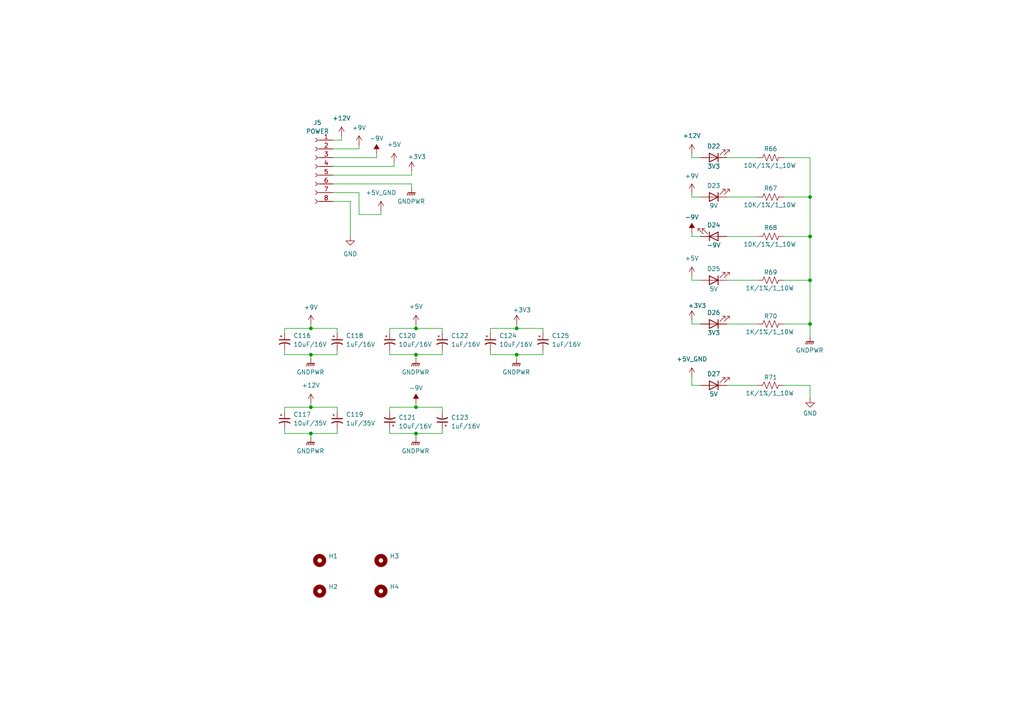
<source format=kicad_sch>
(kicad_sch (version 20231120) (generator "eeschema") (generator_version "8.0")
  (paper "A4")
  (title_block (title "POWER SUPPLY") (date "2024-11-06") (rev "Ver 2.0") (company "Ho Chi Minh City University of Technology - HCMUT") (comment 1 "Design: QUOC THANG - DONG KHOA") (comment 2 "PROJECT 2: PFC & LLC - 350W"))
  (lib_symbols
    (symbol "Connector:Conn_01x08_Socket" (pin_names (offset 1.016) hide)
      (property "Reference" "J" (at 0 10.16 0))
      (property "Value" "Conn_01x08_Socket" (at 0 -12.7 0))
      (symbol "Conn_01x08_Socket_1_1"
        (arc (start 0 -9.652) (mid -0.5058 -10.16) (end 0 -10.668) (stroke (width 0.1524)))
        (arc (start 0 -7.112) (mid -0.5058 -7.62) (end 0 -8.128) (stroke (width 0.1524)))
        (arc (start 0 -4.572) (mid -0.5058 -5.08) (end 0 -5.588) (stroke (width 0.1524)))
        (arc (start 0 -2.032) (mid -0.5058 -2.54) (end 0 -3.048) (stroke (width 0.1524)))
        (polyline (pts (xy -1.27 -10.16) (xy -0.508 -10.16)) (stroke (width 0.1524)))
        (polyline (pts (xy -1.27 -7.62) (xy -0.508 -7.62)) (stroke (width 0.1524)))
        (polyline (pts (xy -1.27 -5.08) (xy -0.508 -5.08)) (stroke (width 0.1524)))
        (polyline (pts (xy -1.27 -2.54) (xy -0.508 -2.54)) (stroke (width 0.1524)))
        (polyline (pts (xy -1.27 0) (xy -0.508 0)) (stroke (width 0.1524)))
        (polyline (pts (xy -1.27 2.54) (xy -0.508 2.54)) (stroke (width 0.1524)))
        (polyline (pts (xy -1.27 5.08) (xy -0.508 5.08)) (stroke (width 0.1524)))
        (polyline (pts (xy -1.27 7.62) (xy -0.508 7.62)) (stroke (width 0.1524)))
        (arc (start 0 0.508) (mid -0.5058 0) (end 0 -0.508) (stroke (width 0.1524)))
        (arc (start 0 3.048) (mid -0.5058 2.54) (end 0 2.032) (stroke (width 0.1524)))
        (arc (start 0 5.588) (mid -0.5058 5.08) (end 0 4.572) (stroke (width 0.1524)))
        (arc (start 0 8.128) (mid -0.5058 7.62) (end 0 7.112) (stroke (width 0.1524)))
        (pin passive line (at -5.08 7.62 0) (length 3.81) (name "Pin_1") (number "1"))
        (pin passive line (at -5.08 5.08 0) (length 3.81) (name "Pin_2") (number "2"))
        (pin passive line (at -5.08 2.54 0) (length 3.81) (name "Pin_3") (number "3"))
        (pin passive line (at -5.08 0 0) (length 3.81) (name "Pin_4") (number "4"))
        (pin passive line (at -5.08 -2.54 0) (length 3.81) (name "Pin_5") (number "5"))
        (pin passive line (at -5.08 -5.08 0) (length 3.81) (name "Pin_6") (number "6"))
        (pin passive line (at -5.08 -7.62 0) (length 3.81) (name "Pin_7") (number "7"))
        (pin passive line (at -5.08 -10.16 0) (length 3.81) (name "Pin_8") (number "8"))
      )
    )
    (symbol "Mechanical:MountingHole" (pin_names (offset 1.016)) (exclude_from_sim yes) (in_bom no)
      (property "Reference" "H" (at 0 5.08 0))
      (property "Value" "MountingHole" (at 0 3.175 0))
      (symbol "MountingHole_0_1"
        (circle (center 0 0) (radius 1.27) (stroke (width 1.27)))
      )
    )
    (symbol "charge_battery_sym_lib:Cap_Tantalum_10uF_16V" (pin_numbers hide) (pin_names (offset 1.016) hide)
      (property "Reference" "C" (at 0 3.81 0))
      (property "Value" "10uF/16V" (at 0 -5.08 0))
      (symbol "Cap_Tantalum_10uF_16V_0_1"
        (polyline (pts (xy 1.016 -1.27) (xy 1.016 -0.762)))
        (polyline (pts (xy 1.27 -1.016) (xy 0.762 -1.016)))
        (polyline (pts (xy 2.032 -1.524) (xy 2.032 1.524)) (stroke (width 0.3048)))
        (arc (start 3.302 1.524) (mid 2.9134 0) (end 3.302 -1.524) (stroke (width 0.3048)))
      )
      (symbol "Cap_Tantalum_10uF_16V_1_1"
        (pin passive line (at 0 0 0) (length 2.032) (name "~") (number "1"))
        (pin passive line (at 5.08 0 180) (length 2.032) (name "~") (number "2"))
      )
    )
    (symbol "charge_battery_sym_lib:Cap_Tantalum_10uF_35V" (pin_numbers hide) (pin_names (offset 1.016) hide)
      (property "Reference" "C" (at 0 3.81 0))
      (property "Value" "10uF/35V" (at 0 -5.08 0))
      (symbol "Cap_Tantalum_10uF_35V_0_1"
        (polyline (pts (xy 1.016 -1.27) (xy 1.016 -0.762)))
        (polyline (pts (xy 1.27 -1.016) (xy 0.762 -1.016)))
        (polyline (pts (xy 2.032 -1.524) (xy 2.032 1.524)) (stroke (width 0.3048)))
        (arc (start 3.302 1.524) (mid 2.9134 0) (end 3.302 -1.524) (stroke (width 0.3048)))
      )
      (symbol "Cap_Tantalum_10uF_35V_1_1"
        (pin passive line (at 0 0 0) (length 2.032) (name "~") (number "1"))
        (pin passive line (at 5.08 0 180) (length 2.032) (name "~") (number "2"))
      )
    )
    (symbol "charge_battery_sym_lib:Cap_Tantalum_1uF_16V" (pin_numbers hide) (pin_names (offset 1.016) hide)
      (property "Reference" "C" (at 0 3.81 0))
      (property "Value" "1uF/16V" (at 0 -5.08 0))
      (symbol "Cap_Tantalum_1uF_16V_0_1"
        (polyline (pts (xy 1.016 -1.27) (xy 1.016 -0.762)))
        (polyline (pts (xy 1.27 -1.016) (xy 0.762 -1.016)))
        (polyline (pts (xy 2.032 -1.524) (xy 2.032 1.524)) (stroke (width 0.3048)))
        (arc (start 3.302 1.524) (mid 2.9134 0) (end 3.302 -1.524) (stroke (width 0.3048)))
      )
      (symbol "Cap_Tantalum_1uF_16V_1_1"
        (pin passive line (at 0 0 0) (length 2.032) (name "~") (number "1"))
        (pin passive line (at 5.08 0 180) (length 2.032) (name "~") (number "2"))
      )
    )
    (symbol "charge_battery_sym_lib:Cap_Tantalum_1uF_35V" (pin_numbers hide) (pin_names (offset 1.016) hide)
      (property "Reference" "C" (at 0 3.81 0))
      (property "Value" "1uF/35V" (at 0 -5.08 0))
      (symbol "Cap_Tantalum_1uF_35V_0_1"
        (polyline (pts (xy 1.016 -1.27) (xy 1.016 -0.762)))
        (polyline (pts (xy 1.27 -1.016) (xy 0.762 -1.016)))
        (polyline (pts (xy 2.032 -1.524) (xy 2.032 1.524)) (stroke (width 0.3048)))
        (arc (start 3.302 1.524) (mid 2.9134 0) (end 3.302 -1.524) (stroke (width 0.3048)))
      )
      (symbol "Cap_Tantalum_1uF_35V_1_1"
        (pin passive line (at 0 0 0) (length 2.032) (name "~") (number "1"))
        (pin passive line (at 5.08 0 180) (length 2.032) (name "~") (number "2"))
      )
    )
    (symbol "charge_battery_sym_lib:LED_0805" (pin_numbers hide) (pin_names (offset 1.016) hide)
      (property "Reference" "D" (at 0 2.54 0))
      (property "Value" "LED_0805" (at 0 -4.064 0))
      (symbol "LED_0805_0_1"
        (polyline (pts (xy -1.27 -1.27) (xy -1.27 1.27)) (stroke (width 0.254)))
        (polyline (pts (xy -1.27 0) (xy 1.27 0)))
        (polyline (pts (xy 1.27 -1.27) (xy 1.27 1.27) (xy -1.27 0) (xy 1.27 -1.27)) (stroke (width 0.254)))
        (polyline (pts (xy -3.048 -0.762) (xy -4.572 -2.286) (xy -3.81 -2.286) (xy -4.572 -2.286) (xy -4.572 -1.524)))
        (polyline (pts (xy -1.778 -0.762) (xy -3.302 -2.286) (xy -2.54 -2.286) (xy -3.302 -2.286) (xy -3.302 -1.524)))
      )
      (symbol "LED_0805_1_1"
        (pin passive line (at -3.81 0 0) (length 2.54) (name "K") (number "1"))
        (pin passive line (at 3.81 0 180) (length 2.54) (name "A") (number "2"))
      )
    )
    (symbol "charge_battery_sym_lib:Res_10K_0603_1%" (pin_numbers hide) (pin_names hide)
      (property "Reference" "R" (at 2.794 3.81 0))
      (property "Value" "10K/1%/1_10W" (at 4.064 -2.54 0))
      (symbol "Res_10K_0603_1%_0_1"
        (polyline (pts (xy 1.524 0) (xy 1.27 0)))
        (polyline (pts (xy 6.096 0) (xy 6.35 0)))
        (polyline (pts (xy 1.524 0) (xy 1.905 1.016) (xy 2.286 0) (xy 2.667 -1.016) (xy 3.048 0)))
        (polyline (pts (xy 3.048 0) (xy 3.429 1.016) (xy 3.81 0) (xy 4.191 -1.016) (xy 4.572 0)))
        (polyline (pts (xy 4.572 0) (xy 4.953 1.016) (xy 5.334 0) (xy 5.715 -1.016) (xy 6.096 0)))
      )
      (symbol "Res_10K_0603_1%_1_1"
        (pin passive line (at 0 0 0) (length 1.27) (name "~") (number "1"))
        (pin passive line (at 7.62 0 180) (length 1.27) (name "~") (number "2"))
      )
    )
    (symbol "charge_battery_sym_lib:Res_1K_0603_1%" (pin_numbers hide) (pin_names hide)
      (property "Reference" "R" (at 3.556 2.54 0))
      (property "Value" "1K/1%/1_10W" (at 4.064 -2.54 0))
      (symbol "Res_1K_0603_1%_0_1"
        (polyline (pts (xy 1.524 0) (xy 1.27 0)))
        (polyline (pts (xy 6.096 0) (xy 6.35 0)))
        (polyline (pts (xy 1.524 0) (xy 1.905 1.016) (xy 2.286 0) (xy 2.667 -1.016) (xy 3.048 0)))
        (polyline (pts (xy 3.048 0) (xy 3.429 1.016) (xy 3.81 0) (xy 4.191 -1.016) (xy 4.572 0)))
        (polyline (pts (xy 4.572 0) (xy 4.953 1.016) (xy 5.334 0) (xy 5.715 -1.016) (xy 6.096 0)))
      )
      (symbol "Res_1K_0603_1%_1_1"
        (pin passive line (at 0 0 0) (length 1.27) (name "~") (number "1"))
        (pin passive line (at 7.62 0 180) (length 1.27) (name "~") (number "2"))
      )
    )
    (symbol "power:+12V" (power) (pin_numbers hide) (pin_names (offset 0) hide)
      (property "Value" "+12V" (at 0 3.556 0))
      (symbol "+12V_0_1"
        (polyline (pts (xy -0.762 1.27) (xy 0 2.54)))
        (polyline (pts (xy 0 0) (xy 0 2.54)))
        (polyline (pts (xy 0 2.54) (xy 0.762 1.27)))
      )
      (symbol "+12V_1_1"
        (pin power_in line (at 0 0 90) (length 0) (name "~") (number "1"))
      )
    )
    (symbol "power:+3V3" (power) (pin_numbers hide) (pin_names (offset 0) hide)
      (property "Value" "+3V3" (at 0 3.556 0))
      (symbol "+3V3_0_1"
        (polyline (pts (xy -0.762 1.27) (xy 0 2.54)))
        (polyline (pts (xy 0 0) (xy 0 2.54)))
        (polyline (pts (xy 0 2.54) (xy 0.762 1.27)))
      )
      (symbol "+3V3_1_1"
        (pin power_in line (at 0 0 90) (length 0) (name "~") (number "1"))
      )
    )
    (symbol "power:+5V" (power) (pin_numbers hide) (pin_names (offset 0) hide)
      (property "Value" "+5V" (at 0 3.556 0))
      (symbol "+5V_0_1"
        (polyline (pts (xy -0.762 1.27) (xy 0 2.54)))
        (polyline (pts (xy 0 0) (xy 0 2.54)))
        (polyline (pts (xy 0 2.54) (xy 0.762 1.27)))
      )
      (symbol "+5V_1_1"
        (pin power_in line (at 0 0 90) (length 0) (name "~") (number "1"))
      )
    )
    (symbol "power:+9V" (power) (pin_numbers hide) (pin_names (offset 0) hide)
      (property "Value" "+9V" (at 0 3.556 0))
      (symbol "+9V_0_1"
        (polyline (pts (xy -0.762 1.27) (xy 0 2.54)))
        (polyline (pts (xy 0 0) (xy 0 2.54)))
        (polyline (pts (xy 0 2.54) (xy 0.762 1.27)))
      )
      (symbol "+9V_1_1"
        (pin power_in line (at 0 0 90) (length 0) (name "~") (number "1"))
      )
    )
    (symbol "power:-9V" (power) (pin_numbers hide) (pin_names (offset 0) hide)
      (property "Value" "-9V" (at 0 3.556 0))
      (symbol "-9V_0_1"
        (polyline (pts (xy 0 0) (xy 0 2.54)))
        (polyline (pts (xy 0.762 1.27) (xy -0.762 1.27) (xy 0 2.54) (xy 0.762 1.27)) (fill (type outline)))
      )
      (symbol "-9V_1_1"
        (pin power_in line (at 0 0 90) (length 0) (name "~") (number "1"))
      )
    )
    (symbol "power:GND" (power) (pin_numbers hide) (pin_names (offset 0) hide)
      (property "Value" "GND" (at 0 -3.81 0))
      (symbol "GND_0_1"
        (polyline (pts (xy 0 0) (xy 0 -1.27) (xy 1.27 -1.27) (xy 0 -2.54) (xy -1.27 -1.27) (xy 0 -1.27)))
      )
      (symbol "GND_1_1"
        (pin power_in line (at 0 0 270) (length 0) (name "~") (number "1"))
      )
    )
    (symbol "power:GNDPWR" (power) (pin_numbers hide) (pin_names (offset 0) hide)
      (property "Value" "GNDPWR" (at 0 -3.302 0))
      (symbol "GNDPWR_0_1"
        (polyline (pts (xy 0 -1.27) (xy 0 0)))
        (polyline (pts (xy -1.016 -1.27) (xy -1.27 -2.032) (xy -1.27 -2.032)) (stroke (width 0.2032)))
        (polyline (pts (xy -0.508 -1.27) (xy -0.762 -2.032) (xy -0.762 -2.032)) (stroke (width 0.2032)))
        (polyline (pts (xy 0 -1.27) (xy -0.254 -2.032) (xy -0.254 -2.032)) (stroke (width 0.2032)))
        (polyline (pts (xy 0.508 -1.27) (xy 0.254 -2.032) (xy 0.254 -2.032)) (stroke (width 0.2032)))
        (polyline (pts (xy 1.016 -1.27) (xy -1.016 -1.27) (xy -1.016 -1.27)) (stroke (width 0.2032)))
        (polyline (pts (xy 1.016 -1.27) (xy 0.762 -2.032) (xy 0.762 -2.032) (xy 0.762 -2.032)) (stroke (width 0.2032)))
      )
      (symbol "GNDPWR_1_1"
        (pin power_in line (at 0 0 270) (length 0) (name "~") (number "1"))
      )
    )
  )
  (junction (at 234.95 68.58))
  (junction (at 90.17 125.73))
  (junction (at 90.17 102.87))
  (junction (at 120.65 102.87))
  (junction (at 234.95 81.28))
  (junction (at 120.65 118.11))
  (junction (at 90.17 95.25))
  (junction (at 90.17 118.11))
  (junction (at 234.95 93.98))
  (junction (at 149.86 102.87))
  (junction (at 120.65 95.25))
  (junction (at 120.65 125.73))
  (junction (at 234.95 57.15))
  (junction (at 149.86 95.25))
  (wire (pts (xy 200.66 68.58) (xy 203.2 68.58)))
  (wire (pts (xy 234.95 81.28) (xy 234.95 93.98)))
  (wire (pts (xy 97.79 124.46) (xy 97.79 125.73)))
  (wire (pts (xy 200.66 80.01) (xy 200.66 81.28)))
  (wire (pts (xy 210.82 68.58) (xy 219.71 68.58)))
  (wire (pts (xy 113.03 96.52) (xy 113.03 95.25)))
  (wire (pts (xy 96.52 50.8) (xy 119.38 50.8)))
  (wire (pts (xy 82.55 119.38) (xy 82.55 118.11)))
  (wire (pts (xy 227.33 111.76) (xy 234.95 111.76)))
  (wire (pts (xy 113.03 102.87) (xy 120.65 102.87)))
  (wire (pts (xy 90.17 125.73) (xy 97.79 125.73)))
  (wire (pts (xy 90.17 127) (xy 90.17 125.73)))
  (wire (pts (xy 227.33 93.98) (xy 234.95 93.98)))
  (wire (pts (xy 82.55 124.46) (xy 82.55 125.73)))
  (wire (pts (xy 234.95 111.76) (xy 234.95 115.57)))
  (wire (pts (xy 96.52 53.34) (xy 119.38 53.34)))
  (wire (pts (xy 114.3 48.26) (xy 114.3 46.99)))
  (wire (pts (xy 200.66 45.72) (xy 203.2 45.72)))
  (wire (pts (xy 227.33 81.28) (xy 234.95 81.28)))
  (wire (pts (xy 200.66 109.22) (xy 200.66 111.76)))
  (wire (pts (xy 119.38 50.8) (xy 119.38 49.53)))
  (wire (pts (xy 113.03 118.11) (xy 120.65 118.11)))
  (wire (pts (xy 128.27 124.46) (xy 128.27 125.73)))
  (wire (pts (xy 104.14 55.88) (xy 104.14 62.23)))
  (wire (pts (xy 109.22 45.72) (xy 109.22 44.45)))
  (wire (pts (xy 210.82 93.98) (xy 219.71 93.98)))
  (wire (pts (xy 128.27 95.25) (xy 128.27 96.52)))
  (wire (pts (xy 110.49 62.23) (xy 110.49 60.96)))
  (wire (pts (xy 142.24 96.52) (xy 142.24 95.25)))
  (wire (pts (xy 210.82 111.76) (xy 219.71 111.76)))
  (wire (pts (xy 200.66 111.76) (xy 203.2 111.76)))
  (wire (pts (xy 227.33 57.15) (xy 234.95 57.15)))
  (wire (pts (xy 128.27 101.6) (xy 128.27 102.87)))
  (wire (pts (xy 142.24 102.87) (xy 149.86 102.87)))
  (wire (pts (xy 200.66 92.71) (xy 200.66 93.98)))
  (wire (pts (xy 120.65 104.14) (xy 120.65 102.87)))
  (wire (pts (xy 157.48 95.25) (xy 157.48 96.52)))
  (wire (pts (xy 82.55 125.73) (xy 90.17 125.73)))
  (wire (pts (xy 119.38 54.61) (xy 119.38 53.34)))
  (wire (pts (xy 200.66 55.88) (xy 200.66 57.15)))
  (wire (pts (xy 97.79 95.25) (xy 97.79 96.52)))
  (wire (pts (xy 99.06 40.64) (xy 99.06 39.37)))
  (wire (pts (xy 200.66 81.28) (xy 203.2 81.28)))
  (wire (pts (xy 200.66 44.45) (xy 200.66 45.72)))
  (wire (pts (xy 82.55 102.87) (xy 90.17 102.87)))
  (wire (pts (xy 120.65 125.73) (xy 128.27 125.73)))
  (wire (pts (xy 200.66 93.98) (xy 203.2 93.98)))
  (wire (pts (xy 90.17 93.98) (xy 90.17 95.25)))
  (wire (pts (xy 227.33 45.72) (xy 234.95 45.72)))
  (wire (pts (xy 142.24 101.6) (xy 142.24 102.87)))
  (wire (pts (xy 142.24 95.25) (xy 149.86 95.25)))
  (wire (pts (xy 96.52 43.18) (xy 104.14 43.18)))
  (wire (pts (xy 128.27 118.11) (xy 128.27 119.38)))
  (wire (pts (xy 96.52 48.26) (xy 114.3 48.26)))
  (wire (pts (xy 149.86 95.25) (xy 157.48 95.25)))
  (wire (pts (xy 96.52 40.64) (xy 99.06 40.64)))
  (wire (pts (xy 210.82 45.72) (xy 219.71 45.72)))
  (wire (pts (xy 90.17 104.14) (xy 90.17 102.87)))
  (wire (pts (xy 149.86 93.98) (xy 149.86 95.25)))
  (wire (pts (xy 113.03 125.73) (xy 120.65 125.73)))
  (wire (pts (xy 200.66 57.15) (xy 203.2 57.15)))
  (wire (pts (xy 97.79 118.11) (xy 97.79 119.38)))
  (wire (pts (xy 82.55 101.6) (xy 82.55 102.87)))
  (wire (pts (xy 113.03 119.38) (xy 113.03 118.11)))
  (wire (pts (xy 101.6 58.42) (xy 101.6 68.58)))
  (wire (pts (xy 113.03 124.46) (xy 113.03 125.73)))
  (wire (pts (xy 234.95 68.58) (xy 234.95 81.28)))
  (wire (pts (xy 104.14 62.23) (xy 110.49 62.23)))
  (wire (pts (xy 82.55 95.25) (xy 90.17 95.25)))
  (wire (pts (xy 120.65 95.25) (xy 128.27 95.25)))
  (wire (pts (xy 210.82 81.28) (xy 219.71 81.28)))
  (wire (pts (xy 97.79 101.6) (xy 97.79 102.87)))
  (wire (pts (xy 234.95 45.72) (xy 234.95 57.15)))
  (wire (pts (xy 96.52 55.88) (xy 104.14 55.88)))
  (wire (pts (xy 90.17 102.87) (xy 97.79 102.87)))
  (wire (pts (xy 200.66 67.31) (xy 200.66 68.58)))
  (wire (pts (xy 210.82 57.15) (xy 219.71 57.15)))
  (wire (pts (xy 90.17 95.25) (xy 97.79 95.25)))
  (wire (pts (xy 227.33 68.58) (xy 234.95 68.58)))
  (wire (pts (xy 234.95 57.15) (xy 234.95 68.58)))
  (wire (pts (xy 82.55 118.11) (xy 90.17 118.11)))
  (wire (pts (xy 120.65 116.84) (xy 120.65 118.11)))
  (wire (pts (xy 120.65 118.11) (xy 128.27 118.11)))
  (wire (pts (xy 149.86 102.87) (xy 157.48 102.87)))
  (wire (pts (xy 90.17 118.11) (xy 97.79 118.11)))
  (wire (pts (xy 113.03 95.25) (xy 120.65 95.25)))
  (wire (pts (xy 101.6 58.42) (xy 96.52 58.42)))
  (wire (pts (xy 96.52 45.72) (xy 109.22 45.72)))
  (wire (pts (xy 149.86 104.14) (xy 149.86 102.87)))
  (wire (pts (xy 120.65 93.98) (xy 120.65 95.25)))
  (wire (pts (xy 234.95 93.98) (xy 234.95 97.79)))
  (wire (pts (xy 120.65 127) (xy 120.65 125.73)))
  (wire (pts (xy 157.48 101.6) (xy 157.48 102.87)))
  (wire (pts (xy 90.17 116.84) (xy 90.17 118.11)))
  (wire (pts (xy 82.55 96.52) (xy 82.55 95.25)))
  (wire (pts (xy 120.65 102.87) (xy 128.27 102.87)))
  (wire (pts (xy 104.14 43.18) (xy 104.14 41.91)))
  (wire (pts (xy 113.03 101.6) (xy 113.03 102.87)))
  (symbol (lib_id "Mechanical:MountingHole") (at 110.49 162.56 0) (unit 1) (exclude_from_sim yes) (in_bom no)
    (property "Reference" "H3" (at 113.03 161.2899 0) (effects (justify left)))
    (property "Value" "MountingHole" (effects (hide yes)))
    (property "Footprint" "MountingHole:MountingHole_3.2mm_M3_Pad_Via" (effects (hide yes)))
    (property "Description" "Mounting Hole without connection" (effects (hide yes)))
  )
  (symbol (lib_id "power:GNDPWR") (at 90.17 104.14 0) (unit 1)
    (property "Reference" "#PWR0167" (effects (hide yes)))
    (property "Value" "GNDPWR" (at 90.043 107.95 0))
    (property "Description" "Power symbol creates a global label with name \"GNDPWR\" , global ground" (effects (hide yes)))
  )
  (symbol (lib_id "charge_battery_sym_lib:Res_1K_0603_1%") (at 219.71 81.28 0) (unit 1)
    (property "Reference" "R69" (at 223.52 78.994 0))
    (property "Value" "1K/1%/1_10W" (at 223.266 83.566 0))
    (property "Footprint" "charge_battery_footprint_lib:Res_0603" (effects (hide yes)))
    (property "Datasheet" "https://fscdn.rohm.com/en/products/databook/datasheet/passive/resistor/chip_resistor/esr-e.pdf" (effects (hide yes)))
    (property "Description" "Res 1 KOhm 0603 1%" (effects (hide yes)))
    (property "Supply name" "Thegioiic" (effects (hide yes)))
    (property "Supply part number" "Điện Trở 1 KOhm 0603 1%" (effects (hide yes)))
    (property "Supply URL" "https://www.thegioiic.com/dien-tro-1-kohm-0603-1-" (effects (hide yes)))
  )
  (symbol (lib_id "power:+5V") (at 120.65 93.98 0) (mirror y) (unit 1)
    (property "Reference" "#PWR0178" (effects (hide yes)))
    (property "Value" "+5V" (at 120.65 88.9 0))
    (property "Description" "Power symbol creates a global label with name \"+5V\"" (effects (hide yes)))
  )
  (symbol (lib_id "charge_battery_sym_lib:Cap_Tantalum_1uF_16V") (at 128.27 96.52 270) (unit 1)
    (property "Reference" "C122" (at 130.81 97.3581 90) (effects (justify left)))
    (property "Value" "1uF/16V" (at 130.81 99.8981 90) (effects (justify left)))
    (property "Footprint" "charge_battery_footprint_lib:Tan_Cap_A" (effects (hide yes)))
    (property "Description" "TAJA105K016RNJ" (effects (hide yes)))
    (property "Supply name" "Thegioiic" (effects (hide yes)))
    (property "Supply part number" "Tụ Tantalum 1uF 16V 1206 TAJA105K016RNJ" (effects (hide yes)))
    (property "Supply URL" "https://www.thegioiic.com/tu-tantalum-1uf-16v-1206-taja105k016rnj" (effects (hide yes)))
  )
  (symbol (lib_id "Connector:Conn_01x08_Socket") (at 91.44 48.26 0) (mirror y) (unit 1)
    (property "Reference" "J5" (at 92.075 35.56 0))
    (property "Value" "POWER" (at 92.075 38.1 0))
    (property "Footprint" "Connector_Phoenix_MC:PhoenixContact_MC_1,5_8-G-3.81_1x08_P3.81mm_Horizontal" (effects (hide yes)))
    (property "Description" "Generic connector, single row, 01x08, script generated" (effects (hide yes)))
    (property "Supply name" "Thegioiic" (effects (hide yes)))
    (property "Supply part number" "UL-3.81-8-R Terminal Block Plug-in Hàn PCB 8 Chân Cong 3.81mm 300V 10A ULO" (effects (hide yes)))
    (property "Supply URL" "https://www.thegioiic.com/ul-3-81-8-r-terminal-block-plug-in-han-pcb-8-chan-cong-3-81mm-300v-10a-ulo" (effects (hide yes)))
  )
  (symbol (lib_id "power:+12V") (at 99.06 39.37 0) (unit 1)
    (property "Reference" "#PWR0170" (effects (hide yes)))
    (property "Value" "+12V" (at 99.06 34.29 0))
    (property "Description" "Power symbol creates a global label with name \"+12V\"" (effects (hide yes)))
  )
  (symbol (lib_id "charge_battery_sym_lib:Res_1K_0603_1%") (at 219.71 93.98 0) (unit 1)
    (property "Reference" "R70" (at 223.52 91.694 0))
    (property "Value" "1K/1%/1_10W" (at 223.266 96.266 0))
    (property "Footprint" "charge_battery_footprint_lib:Res_0603" (effects (hide yes)))
    (property "Datasheet" "https://fscdn.rohm.com/en/products/databook/datasheet/passive/resistor/chip_resistor/esr-e.pdf" (effects (hide yes)))
    (property "Description" "Res 1 KOhm 0603 1%" (effects (hide yes)))
    (property "Supply name" "Thegioiic" (effects (hide yes)))
    (property "Supply part number" "Điện Trở 1 KOhm 0603 1%" (effects (hide yes)))
    (property "Supply URL" "https://www.thegioiic.com/dien-tro-1-kohm-0603-1-" (effects (hide yes)))
  )
  (symbol (lib_id "power:GNDPWR") (at 119.38 54.61 0) (unit 1)
    (property "Reference" "#PWR0177" (effects (hide yes)))
    (property "Value" "GNDPWR" (at 119.253 58.42 0))
    (property "Description" "Power symbol creates a global label with name \"GNDPWR\" , global ground" (effects (hide yes)))
  )
  (symbol (lib_id "power:GND") (at 234.95 115.57 0) (mirror y) (unit 1)
    (property "Reference" "#PWR0191" (effects (hide yes)))
    (property "Value" "GND" (at 234.95 119.888 0))
    (property "Description" "Power symbol creates a global label with name \"GND\" , ground" (effects (hide yes)))
  )
  (symbol (lib_id "charge_battery_sym_lib:Cap_Tantalum_10uF_16V") (at 113.03 96.52 270) (unit 1)
    (property "Reference" "C120" (at 115.57 97.3581 90) (effects (justify left)))
    (property "Value" "10uF/16V" (at 115.57 99.8981 90) (effects (justify left)))
    (property "Footprint" "charge_battery_footprint_lib:Tan_Cap_A" (effects (hide yes)))
    (property "Description" "TAJA105K016RNJ" (effects (hide yes)))
    (property "Supply name" "Thegioiic" (effects (hide yes)))
    (property "Supply part number" "Tụ Tantalum 10uF 16V 1206 TAJA106K016RNJ" (effects (hide yes)))
    (property "Supply URL" "https://www.thegioiic.com/tu-tantalum-10uf-16v-1206-taja106k016rnj" (effects (hide yes)))
  )
  (symbol (lib_id "charge_battery_sym_lib:LED_0805") (at 207.01 81.28 180) (unit 1)
    (property "Reference" "D25" (at 207.01 77.978 0))
    (property "Value" "5V" (at 207.01 83.82 0))
    (property "Footprint" "charge_battery_footprint_lib:LED_0805" (effects (hide yes)))
    (property "Description" "Light emitting diode" (effects (hide yes)))
    (property "Supply name" "Thegioiic" (effects (hide yes)))
    (property "Supply part number" "LED Xanh Lá 0805 Dán SMD Trong Suốt" (effects (hide yes)))
    (property "Supply URL" "https://www.thegioiic.com/led-xanh-la-0805-dan-smd-trong-suot" (effects (hide yes)))
  )
  (symbol (lib_id "charge_battery_sym_lib:Cap_Tantalum_1uF_16V") (at 157.48 96.52 270) (unit 1)
    (property "Reference" "C125" (at 160.02 97.3581 90) (effects (justify left)))
    (property "Value" "1uF/16V" (at 160.02 99.8981 90) (effects (justify left)))
    (property "Footprint" "charge_battery_footprint_lib:Tan_Cap_A" (effects (hide yes)))
    (property "Description" "TAJA105K016RNJ" (effects (hide yes)))
    (property "Supply name" "Thegioiic" (effects (hide yes)))
    (property "Supply part number" "Tụ Tantalum 1uF 16V 1206 TAJA105K016RNJ" (effects (hide yes)))
    (property "Supply URL" "https://www.thegioiic.com/tu-tantalum-1uf-16v-1206-taja105k016rnj" (effects (hide yes)))
  )
  (symbol (lib_id "charge_battery_sym_lib:Res_10K_0603_1%") (at 219.71 57.15 0) (unit 1)
    (property "Reference" "R67" (at 223.52 54.61 0))
    (property "Value" "10K/1%/1_10W" (at 223.266 59.436 0))
    (property "Footprint" "charge_battery_footprint_lib:Res_0603" (effects (hide yes)))
    (property "Datasheet" "https://fscdn.rohm.com/en/products/databook/datasheet/passive/resistor/chip_resistor/esr-e.pdf" (effects (hide yes)))
    (property "Description" "Res 10 KOhm 0603 1%" (effects (hide yes)))
    (property "Supply name" "Thegioiic" (effects (hide yes)))
    (property "Supply part number" "Điện Trở 10 KOhm 0603 1%" (effects (hide yes)))
    (property "Supply URL" "https://www.thegioiic.com/dien-tro-10-kohm-0603-1-" (effects (hide yes)))
  )
  (symbol (lib_id "power:-9V") (at 200.66 67.31 0) (unit 1)
    (property "Reference" "#PWR0186" (effects (hide yes)))
    (property "Value" "-9V" (at 200.66 62.992 0))
    (property "Description" "Power symbol creates a global label with name \"-9V\"" (effects (hide yes)))
  )
  (symbol (lib_id "charge_battery_sym_lib:LED_0805") (at 207.01 93.98 180) (unit 1)
    (property "Reference" "D26" (at 207.01 90.678 0))
    (property "Value" "3V3" (at 207.01 96.52 0))
    (property "Footprint" "charge_battery_footprint_lib:LED_0805" (effects (hide yes)))
    (property "Description" "Light emitting diode" (effects (hide yes)))
    (property "Supply name" "Thegioiic" (effects (hide yes)))
    (property "Supply part number" "LED Xanh Lá 0805 Dán SMD Trong Suốt" (effects (hide yes)))
    (property "Supply URL" "https://www.thegioiic.com/led-xanh-la-0805-dan-smd-trong-suot" (effects (hide yes)))
  )
  (symbol (lib_id "power:+12V") (at 90.17 116.84 0) (unit 1)
    (property "Reference" "#PWR0168" (effects (hide yes)))
    (property "Value" "+12V" (at 90.17 111.76 0))
    (property "Description" "Power symbol creates a global label with name \"+12V\"" (effects (hide yes)))
  )
  (symbol (lib_id "charge_battery_sym_lib:Cap_Tantalum_10uF_35V") (at 82.55 119.38 270) (unit 1)
    (property "Reference" "C117" (at 85.09 120.2181 90) (effects (justify left)))
    (property "Value" "10uF/35V" (at 85.09 122.7581 90) (effects (justify left)))
    (property "Footprint" "charge_battery_footprint_lib:Tan_Cap_C" (effects (hide yes)))
    (property "Supply name" "Ban Linh Kien" (effects (hide yes)))
    (property "Supply part number" "Tụ Tantalum 106V-10UF 35V SMD6032" (effects (hide yes)))
    (property "Supply URL" "https://banlinhkien.com/tu-tantalum-106v10uf-35v-smd6032-p6650491.html" (effects (hide yes)))
  )
  (symbol (lib_id "charge_battery_sym_lib:LED_0805") (at 207.01 111.76 180) (unit 1)
    (property "Reference" "D27" (at 207.01 108.458 0))
    (property "Value" "5V" (at 207.01 114.3 0))
    (property "Footprint" "charge_battery_footprint_lib:LED_0805" (effects (hide yes)))
    (property "Description" "Light emitting diode" (effects (hide yes)))
    (property "Supply name" "Thegioiic" (effects (hide yes)))
    (property "Supply part number" "LED Xanh Lá 0805 Dán SMD Trong Suốt" (effects (hide yes)))
    (property "Supply URL" "https://www.thegioiic.com/led-xanh-la-0805-dan-smd-trong-suot" (effects (hide yes)))
  )
  (symbol (lib_id "power:-9V") (at 120.65 116.84 0) (unit 1)
    (property "Reference" "#PWR0180" (effects (hide yes)))
    (property "Value" "-9V" (at 120.65 112.522 0))
    (property "Description" "Power symbol creates a global label with name \"-9V\"" (effects (hide yes)))
  )
  (symbol (lib_id "Mechanical:MountingHole") (at 92.71 171.45 0) (unit 1) (exclude_from_sim yes) (in_bom no)
    (property "Reference" "H2" (at 95.25 170.1799 0) (effects (justify left)))
    (property "Value" "MountingHole" (effects (hide yes)))
    (property "Footprint" "MountingHole:MountingHole_3.2mm_M3_Pad_Via" (effects (hide yes)))
    (property "Description" "Mounting Hole without connection" (effects (hide yes)))
  )
  (symbol (lib_id "charge_battery_sym_lib:Res_10K_0603_1%") (at 219.71 45.72 0) (unit 1)
    (property "Reference" "R66" (at 223.52 43.18 0))
    (property "Value" "10K/1%/1_10W" (at 223.266 48.006 0))
    (property "Footprint" "charge_battery_footprint_lib:Res_0603" (effects (hide yes)))
    (property "Datasheet" "https://fscdn.rohm.com/en/products/databook/datasheet/passive/resistor/chip_resistor/esr-e.pdf" (effects (hide yes)))
    (property "Description" "Res 10 KOhm 0603 1%" (effects (hide yes)))
    (property "Supply name" "Thegioiic" (effects (hide yes)))
    (property "Supply part number" "Điện Trở 10 KOhm 0603 1%" (effects (hide yes)))
    (property "Supply URL" "https://www.thegioiic.com/dien-tro-10-kohm-0603-1-" (effects (hide yes)))
  )
  (symbol (lib_id "charge_battery_sym_lib:Cap_Tantalum_10uF_16V") (at 82.55 96.52 270) (unit 1)
    (property "Reference" "C116" (at 85.09 97.3581 90) (effects (justify left)))
    (property "Value" "10uF/16V" (at 85.09 99.8981 90) (effects (justify left)))
    (property "Footprint" "charge_battery_footprint_lib:Tan_Cap_A" (effects (hide yes)))
    (property "Description" "TAJA105K016RNJ" (effects (hide yes)))
    (property "Supply name" "Thegioiic" (effects (hide yes)))
    (property "Supply part number" "Tụ Tantalum 10uF 16V 1206 TAJA106K016RNJ" (effects (hide yes)))
    (property "Supply URL" "https://www.thegioiic.com/tu-tantalum-10uf-16v-1206-taja106k016rnj" (effects (hide yes)))
  )
  (symbol (lib_id "power:+12V") (at 200.66 44.45 0) (unit 1)
    (property "Reference" "#PWR0184" (effects (hide yes)))
    (property "Value" "+12V" (at 200.66 39.37 0))
    (property "Description" "Power symbol creates a global label with name \"+12V\"" (effects (hide yes)))
  )
  (symbol (lib_id "charge_battery_sym_lib:Cap_Tantalum_1uF_16V") (at 128.27 124.46 90) (unit 1)
    (property "Reference" "C123" (at 130.81 121.0817 90) (effects (justify right)))
    (property "Value" "1uF/16V" (at 130.81 123.6217 90) (effects (justify right)))
    (property "Footprint" "charge_battery_footprint_lib:Tan_Cap_A" (effects (hide yes)))
    (property "Description" "TAJA105K016RNJ" (effects (hide yes)))
    (property "Supply name" "Thegioiic" (effects (hide yes)))
    (property "Supply part number" "Tụ Tantalum 1uF 16V 1206 TAJA105K016RNJ" (effects (hide yes)))
    (property "Supply URL" "https://www.thegioiic.com/tu-tantalum-1uf-16v-1206-taja105k016rnj" (effects (hide yes)))
  )
  (symbol (lib_id "power:+5V") (at 114.3 46.99 0) (mirror y) (unit 1)
    (property "Reference" "#PWR0175" (effects (hide yes)))
    (property "Value" "+5V" (at 114.3 41.91 0))
    (property "Description" "Power symbol creates a global label with name \"+5V\"" (effects (hide yes)))
  )
  (symbol (lib_id "power:+5V") (at 200.66 80.01 0) (mirror y) (unit 1)
    (property "Reference" "#PWR0187" (effects (hide yes)))
    (property "Value" "+5V" (at 200.66 74.93 0))
    (property "Description" "Power symbol creates a global label with name \"+5V\"" (effects (hide yes)))
  )
  (symbol (lib_id "Mechanical:MountingHole") (at 92.71 162.56 0) (unit 1) (exclude_from_sim yes) (in_bom no)
    (property "Reference" "H1" (at 95.25 161.2899 0) (effects (justify left)))
    (property "Value" "MountingHole" (effects (hide yes)))
    (property "Footprint" "MountingHole:MountingHole_3.2mm_M3_Pad_Via" (effects (hide yes)))
    (property "Description" "Mounting Hole without connection" (effects (hide yes)))
  )
  (symbol (lib_id "charge_battery_sym_lib:Cap_Tantalum_10uF_16V") (at 142.24 96.52 270) (unit 1)
    (property "Reference" "C124" (at 144.78 97.3581 90) (effects (justify left)))
    (property "Value" "10uF/16V" (at 144.78 99.8981 90) (effects (justify left)))
    (property "Footprint" "charge_battery_footprint_lib:Tan_Cap_A" (effects (hide yes)))
    (property "Description" "TAJA105K016RNJ" (effects (hide yes)))
    (property "Supply name" "Thegioiic" (effects (hide yes)))
    (property "Supply part number" "Tụ Tantalum 10uF 16V 1206 TAJA106K016RNJ" (effects (hide yes)))
    (property "Supply URL" "https://www.thegioiic.com/tu-tantalum-10uf-16v-1206-taja106k016rnj" (effects (hide yes)))
  )
  (symbol (lib_id "power:GNDPWR") (at 120.65 104.14 0) (unit 1)
    (property "Reference" "#PWR0179" (effects (hide yes)))
    (property "Value" "GNDPWR" (at 120.523 107.95 0))
    (property "Description" "Power symbol creates a global label with name \"GNDPWR\" , global ground" (effects (hide yes)))
  )
  (symbol (lib_id "charge_battery_sym_lib:Cap_Tantalum_10uF_16V") (at 113.03 124.46 90) (unit 1)
    (property "Reference" "C121" (at 115.57 121.0817 90) (effects (justify right)))
    (property "Value" "10uF/16V" (at 115.57 123.6217 90) (effects (justify right)))
    (property "Footprint" "charge_battery_footprint_lib:Tan_Cap_A" (effects (hide yes)))
    (property "Description" "TAJA105K016RNJ" (effects (hide yes)))
    (property "Supply name" "Thegioiic" (effects (hide yes)))
    (property "Supply part number" "Tụ Tantalum 10uF 16V 1206 TAJA106K016RNJ" (effects (hide yes)))
    (property "Supply URL" "https://www.thegioiic.com/tu-tantalum-10uf-16v-1206-taja106k016rnj" (effects (hide yes)))
  )
  (symbol (lib_id "power:GNDPWR") (at 120.65 127 0) (unit 1)
    (property "Reference" "#PWR0181" (effects (hide yes)))
    (property "Value" "GNDPWR" (at 120.523 130.81 0))
    (property "Description" "Power symbol creates a global label with name \"GNDPWR\" , global ground" (effects (hide yes)))
  )
  (symbol (lib_id "charge_battery_sym_lib:Cap_Tantalum_1uF_16V") (at 97.79 96.52 270) (unit 1)
    (property "Reference" "C118" (at 100.33 97.3581 90) (effects (justify left)))
    (property "Value" "1uF/16V" (at 100.33 99.8981 90) (effects (justify left)))
    (property "Footprint" "charge_battery_footprint_lib:Tan_Cap_A" (effects (hide yes)))
    (property "Description" "TAJA105K016RNJ" (effects (hide yes)))
    (property "Supply name" "Thegioiic" (effects (hide yes)))
    (property "Supply part number" "Tụ Tantalum 1uF 16V 1206 TAJA105K016RNJ" (effects (hide yes)))
    (property "Supply URL" "https://www.thegioiic.com/tu-tantalum-1uf-16v-1206-taja105k016rnj" (effects (hide yes)))
  )
  (symbol (lib_id "Mechanical:MountingHole") (at 110.49 171.45 0) (unit 1) (exclude_from_sim yes) (in_bom no)
    (property "Reference" "H4" (at 113.03 170.1799 0) (effects (justify left)))
    (property "Value" "MountingHole" (effects (hide yes)))
    (property "Footprint" "MountingHole:MountingHole_3.2mm_M3_Pad_Via" (effects (hide yes)))
    (property "Description" "Mounting Hole without connection" (effects (hide yes)))
  )
  (symbol (lib_id "power:+5V") (at 110.49 60.96 0) (mirror y) (unit 1)
    (property "Reference" "#PWR0174" (effects (hide yes)))
    (property "Value" "+5V_GND" (at 110.49 55.88 0))
    (property "Description" "Power symbol creates a global label with name \"+5V\"" (effects (hide yes)))
  )
  (symbol (lib_id "charge_battery_sym_lib:LED_0805") (at 207.01 45.72 180) (unit 1)
    (property "Reference" "D22" (at 207.01 42.418 0))
    (property "Value" "3V3" (at 207.01 48.26 0))
    (property "Footprint" "charge_battery_footprint_lib:LED_0805" (effects (hide yes)))
    (property "Description" "Light emitting diode" (effects (hide yes)))
    (property "Supply name" "Thegioiic" (effects (hide yes)))
    (property "Supply part number" "LED Xanh Lá 0805 Dán SMD Trong Suốt" (effects (hide yes)))
    (property "Supply URL" "https://www.thegioiic.com/led-xanh-la-0805-dan-smd-trong-suot" (effects (hide yes)))
  )
  (symbol (lib_id "power:+9V") (at 90.17 93.98 0) (unit 1)
    (property "Reference" "#PWR0166" (effects (hide yes)))
    (property "Value" "+9V" (at 90.17 89.154 0))
    (property "Description" "Power symbol creates a global label with name \"+9V\"" (effects (hide yes)))
  )
  (symbol (lib_id "power:+9V") (at 200.66 55.88 0) (unit 1)
    (property "Reference" "#PWR0185" (effects (hide yes)))
    (property "Value" "+9V" (at 200.66 51.054 0))
    (property "Description" "Power symbol creates a global label with name \"+9V\"" (effects (hide yes)))
  )
  (symbol (lib_id "power:+5V") (at 200.66 109.22 0) (mirror y) (unit 1)
    (property "Reference" "#PWR0189" (effects (hide yes)))
    (property "Value" "+5V_GND" (at 200.66 104.14 0))
    (property "Description" "Power symbol creates a global label with name \"+5V\"" (effects (hide yes)))
  )
  (symbol (lib_id "power:+3V3") (at 149.86 93.98 0) (unit 1)
    (property "Reference" "#PWR0182" (effects (hide yes)))
    (property "Value" "+3V3" (at 151.384 89.916 0))
    (property "Description" "Power symbol creates a global label with name \"+3V3\"" (effects (hide yes)))
  )
  (symbol (lib_id "charge_battery_sym_lib:Res_1K_0603_1%") (at 219.71 111.76 0) (unit 1)
    (property "Reference" "R71" (at 223.52 109.474 0))
    (property "Value" "1K/1%/1_10W" (at 223.266 114.046 0))
    (property "Footprint" "charge_battery_footprint_lib:Res_0603" (effects (hide yes)))
    (property "Datasheet" "https://fscdn.rohm.com/en/products/databook/datasheet/passive/resistor/chip_resistor/esr-e.pdf" (effects (hide yes)))
    (property "Description" "Res 1 KOhm 0603 1%" (effects (hide yes)))
    (property "Supply name" "Thegioiic" (effects (hide yes)))
    (property "Supply part number" "Điện Trở 1 KOhm 0603 1%" (effects (hide yes)))
    (property "Supply URL" "https://www.thegioiic.com/dien-tro-1-kohm-0603-1-" (effects (hide yes)))
  )
  (symbol (lib_id "power:+3V3") (at 200.66 92.71 0) (unit 1)
    (property "Reference" "#PWR0188" (effects (hide yes)))
    (property "Value" "+3V3" (at 202.184 88.646 0))
    (property "Description" "Power symbol creates a global label with name \"+3V3\"" (effects (hide yes)))
  )
  (symbol (lib_id "power:GNDPWR") (at 234.95 97.79 0) (unit 1)
    (property "Reference" "#PWR0190" (effects (hide yes)))
    (property "Value" "GNDPWR" (at 234.823 101.6 0))
    (property "Description" "Power symbol creates a global label with name \"GNDPWR\" , global ground" (effects (hide yes)))
  )
  (symbol (lib_id "power:+9V") (at 104.14 41.91 0) (unit 1)
    (property "Reference" "#PWR0172" (effects (hide yes)))
    (property "Value" "+9V" (at 104.14 37.084 0))
    (property "Description" "Power symbol creates a global label with name \"+9V\"" (effects (hide yes)))
  )
  (symbol (lib_id "power:+3V3") (at 119.38 49.53 0) (unit 1)
    (property "Reference" "#PWR0176" (effects (hide yes)))
    (property "Value" "+3V3" (at 120.904 45.466 0))
    (property "Description" "Power symbol creates a global label with name \"+3V3\"" (effects (hide yes)))
  )
  (symbol (lib_id "charge_battery_sym_lib:Cap_Tantalum_1uF_35V") (at 97.79 119.38 270) (unit 1)
    (property "Reference" "C119" (at 100.33 120.2181 90) (effects (justify left)))
    (property "Value" "1uF/35V" (at 100.33 122.7581 90) (effects (justify left)))
    (property "Footprint" "charge_battery_footprint_lib:Tan_Cap_A" (effects (hide yes)))
    (property "Supply name" "Ban Linh Kien" (effects (hide yes)))
    (property "Supply part number" "Tụ Tantalum 105V-1uF 35V SMD3216" (effects (hide yes)))
    (property "Supply URL" "https://banlinhkien.com/tu-tantalum-105v1uf-35v-smd3216-p6650485.html" (effects (hide yes)))
  )
  (symbol (lib_id "power:GNDPWR") (at 149.86 104.14 0) (unit 1)
    (property "Reference" "#PWR0183" (effects (hide yes)))
    (property "Value" "GNDPWR" (at 149.733 107.95 0))
    (property "Description" "Power symbol creates a global label with name \"GNDPWR\" , global ground" (effects (hide yes)))
  )
  (symbol (lib_id "charge_battery_sym_lib:LED_0805") (at 207.01 68.58 0) (mirror x) (unit 1)
    (property "Reference" "D24" (at 207.01 65.278 0))
    (property "Value" "-9V" (at 207.01 71.12 0))
    (property "Footprint" "charge_battery_footprint_lib:LED_0805" (effects (hide yes)))
    (property "Description" "Light emitting diode" (effects (hide yes)))
    (property "Supply name" "Thegioiic" (effects (hide yes)))
    (property "Supply part number" "LED Xanh Lá 0805 Dán SMD Trong Suốt" (effects (hide yes)))
    (property "Supply URL" "https://www.thegioiic.com/led-xanh-la-0805-dan-smd-trong-suot" (effects (hide yes)))
  )
  (symbol (lib_id "charge_battery_sym_lib:LED_0805") (at 207.01 57.15 180) (unit 1)
    (property "Reference" "D23" (at 207.01 53.848 0))
    (property "Value" "9V" (at 207.01 59.69 0))
    (property "Footprint" "charge_battery_footprint_lib:LED_0805" (effects (hide yes)))
    (property "Description" "Light emitting diode" (effects (hide yes)))
    (property "Supply name" "Thegioiic" (effects (hide yes)))
    (property "Supply part number" "LED Xanh Lá 0805 Dán SMD Trong Suốt" (effects (hide yes)))
    (property "Supply URL" "https://www.thegioiic.com/led-xanh-la-0805-dan-smd-trong-suot" (effects (hide yes)))
  )
  (symbol (lib_id "power:GNDPWR") (at 90.17 127 0) (unit 1)
    (property "Reference" "#PWR0169" (effects (hide yes)))
    (property "Value" "GNDPWR" (at 90.043 130.81 0))
    (property "Description" "Power symbol creates a global label with name \"GNDPWR\" , global ground" (effects (hide yes)))
  )
  (symbol (lib_id "power:GND") (at 101.6 68.58 0) (unit 1)
    (property "Reference" "#PWR0171" (effects (hide yes)))
    (property "Value" "GND" (at 101.6 73.66 0))
    (property "Description" "Power symbol creates a global label with name \"GND\" , ground" (effects (hide yes)))
  )
  (symbol (lib_id "charge_battery_sym_lib:Res_10K_0603_1%") (at 219.71 68.58 0) (unit 1)
    (property "Reference" "R68" (at 223.52 66.04 0))
    (property "Value" "10K/1%/1_10W" (at 223.266 70.866 0))
    (property "Footprint" "charge_battery_footprint_lib:Res_0603" (effects (hide yes)))
    (property "Datasheet" "https://fscdn.rohm.com/en/products/databook/datasheet/passive/resistor/chip_resistor/esr-e.pdf" (effects (hide yes)))
    (property "Description" "Res 10 KOhm 0603 1%" (effects (hide yes)))
    (property "Supply name" "Thegioiic" (effects (hide yes)))
    (property "Supply part number" "Điện Trở 10 KOhm 0603 1%" (effects (hide yes)))
    (property "Supply URL" "https://www.thegioiic.com/dien-tro-10-kohm-0603-1-" (effects (hide yes)))
  )
  (symbol (lib_id "power:-9V") (at 109.22 44.45 0) (unit 1)
    (property "Reference" "#PWR0173" (effects (hide yes)))
    (property "Value" "-9V" (at 109.22 40.132 0))
    (property "Description" "Power symbol creates a global label with name \"-9V\"" (effects (hide yes)))
  )
)
</source>
